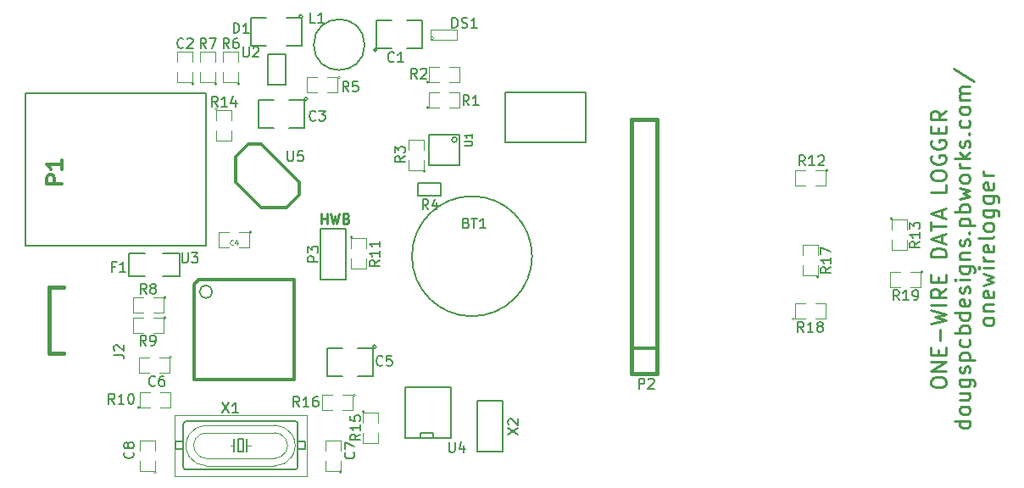
<source format=gto>
G04 (created by PCBNEW (2013-03-19 BZR 4004)-stable) date 6/7/2013 10:53:04 AM*
%MOIN*%
G04 Gerber Fmt 3.4, Leading zero omitted, Abs format*
%FSLAX34Y34*%
G01*
G70*
G90*
G04 APERTURE LIST*
%ADD10C,0.006*%
%ADD11C,0.00984252*%
%ADD12C,0.012*%
%ADD13C,0.008*%
%ADD14C,0.0031*%
%ADD15C,0.005*%
%ADD16C,0.0039*%
%ADD17C,0.015*%
%ADD18C,0.00590551*%
%ADD19C,0.0026*%
%ADD20C,0.002*%
%ADD21C,0.0043*%
G04 APERTURE END LIST*
G54D10*
G54D11*
X53107Y-28700D02*
X53107Y-28586D01*
X53135Y-28529D01*
X53192Y-28472D01*
X53307Y-28443D01*
X53507Y-28443D01*
X53621Y-28472D01*
X53678Y-28529D01*
X53707Y-28586D01*
X53707Y-28700D01*
X53678Y-28758D01*
X53621Y-28815D01*
X53507Y-28843D01*
X53307Y-28843D01*
X53192Y-28815D01*
X53135Y-28758D01*
X53107Y-28700D01*
X53707Y-28186D02*
X53107Y-28186D01*
X53707Y-27843D01*
X53107Y-27843D01*
X53392Y-27558D02*
X53392Y-27358D01*
X53707Y-27272D02*
X53707Y-27558D01*
X53107Y-27558D01*
X53107Y-27272D01*
X53478Y-27015D02*
X53478Y-26558D01*
X53107Y-26329D02*
X53707Y-26186D01*
X53278Y-26072D01*
X53707Y-25958D01*
X53107Y-25815D01*
X53707Y-25586D02*
X53107Y-25586D01*
X53707Y-24958D02*
X53421Y-25158D01*
X53707Y-25300D02*
X53107Y-25300D01*
X53107Y-25072D01*
X53135Y-25015D01*
X53164Y-24986D01*
X53221Y-24958D01*
X53307Y-24958D01*
X53364Y-24986D01*
X53392Y-25015D01*
X53421Y-25072D01*
X53421Y-25300D01*
X53392Y-24700D02*
X53392Y-24500D01*
X53707Y-24415D02*
X53707Y-24700D01*
X53107Y-24700D01*
X53107Y-24415D01*
X53707Y-23700D02*
X53107Y-23700D01*
X53107Y-23558D01*
X53135Y-23472D01*
X53192Y-23415D01*
X53249Y-23386D01*
X53364Y-23358D01*
X53449Y-23358D01*
X53564Y-23386D01*
X53621Y-23415D01*
X53678Y-23472D01*
X53707Y-23558D01*
X53707Y-23700D01*
X53535Y-23129D02*
X53535Y-22843D01*
X53707Y-23186D02*
X53107Y-22986D01*
X53707Y-22786D01*
X53107Y-22672D02*
X53107Y-22329D01*
X53707Y-22500D02*
X53107Y-22500D01*
X53535Y-22158D02*
X53535Y-21872D01*
X53707Y-22215D02*
X53107Y-22015D01*
X53707Y-21815D01*
X53707Y-20872D02*
X53707Y-21158D01*
X53107Y-21158D01*
X53107Y-20558D02*
X53107Y-20443D01*
X53135Y-20386D01*
X53192Y-20329D01*
X53307Y-20300D01*
X53507Y-20300D01*
X53621Y-20329D01*
X53678Y-20386D01*
X53707Y-20443D01*
X53707Y-20558D01*
X53678Y-20615D01*
X53621Y-20672D01*
X53507Y-20700D01*
X53307Y-20700D01*
X53192Y-20672D01*
X53135Y-20615D01*
X53107Y-20558D01*
X53135Y-19729D02*
X53107Y-19786D01*
X53107Y-19872D01*
X53135Y-19958D01*
X53192Y-20015D01*
X53249Y-20043D01*
X53364Y-20072D01*
X53449Y-20072D01*
X53564Y-20043D01*
X53621Y-20015D01*
X53678Y-19958D01*
X53707Y-19872D01*
X53707Y-19815D01*
X53678Y-19729D01*
X53649Y-19700D01*
X53449Y-19700D01*
X53449Y-19815D01*
X53135Y-19129D02*
X53107Y-19186D01*
X53107Y-19272D01*
X53135Y-19358D01*
X53192Y-19415D01*
X53249Y-19443D01*
X53364Y-19472D01*
X53449Y-19472D01*
X53564Y-19443D01*
X53621Y-19415D01*
X53678Y-19358D01*
X53707Y-19272D01*
X53707Y-19215D01*
X53678Y-19129D01*
X53649Y-19100D01*
X53449Y-19100D01*
X53449Y-19215D01*
X53392Y-18843D02*
X53392Y-18643D01*
X53707Y-18558D02*
X53707Y-18843D01*
X53107Y-18843D01*
X53107Y-18558D01*
X53707Y-17958D02*
X53421Y-18158D01*
X53707Y-18300D02*
X53107Y-18300D01*
X53107Y-18072D01*
X53135Y-18015D01*
X53164Y-17986D01*
X53221Y-17958D01*
X53307Y-17958D01*
X53364Y-17986D01*
X53392Y-18015D01*
X53421Y-18072D01*
X53421Y-18300D01*
X54645Y-30158D02*
X54045Y-30158D01*
X54616Y-30158D02*
X54645Y-30215D01*
X54645Y-30329D01*
X54616Y-30386D01*
X54588Y-30415D01*
X54531Y-30443D01*
X54359Y-30443D01*
X54302Y-30415D01*
X54274Y-30386D01*
X54245Y-30329D01*
X54245Y-30215D01*
X54274Y-30158D01*
X54645Y-29786D02*
X54616Y-29843D01*
X54588Y-29872D01*
X54531Y-29900D01*
X54359Y-29900D01*
X54302Y-29872D01*
X54274Y-29843D01*
X54245Y-29786D01*
X54245Y-29700D01*
X54274Y-29643D01*
X54302Y-29615D01*
X54359Y-29586D01*
X54531Y-29586D01*
X54588Y-29615D01*
X54616Y-29643D01*
X54645Y-29700D01*
X54645Y-29786D01*
X54245Y-29072D02*
X54645Y-29072D01*
X54245Y-29329D02*
X54559Y-29329D01*
X54616Y-29300D01*
X54645Y-29243D01*
X54645Y-29158D01*
X54616Y-29100D01*
X54588Y-29072D01*
X54245Y-28529D02*
X54731Y-28529D01*
X54788Y-28558D01*
X54816Y-28586D01*
X54845Y-28643D01*
X54845Y-28729D01*
X54816Y-28786D01*
X54616Y-28529D02*
X54645Y-28586D01*
X54645Y-28700D01*
X54616Y-28758D01*
X54588Y-28786D01*
X54531Y-28815D01*
X54359Y-28815D01*
X54302Y-28786D01*
X54274Y-28758D01*
X54245Y-28700D01*
X54245Y-28586D01*
X54274Y-28529D01*
X54616Y-28272D02*
X54645Y-28215D01*
X54645Y-28100D01*
X54616Y-28043D01*
X54559Y-28015D01*
X54531Y-28015D01*
X54474Y-28043D01*
X54445Y-28100D01*
X54445Y-28186D01*
X54416Y-28243D01*
X54359Y-28272D01*
X54331Y-28272D01*
X54274Y-28243D01*
X54245Y-28186D01*
X54245Y-28100D01*
X54274Y-28043D01*
X54245Y-27758D02*
X54845Y-27758D01*
X54274Y-27758D02*
X54245Y-27700D01*
X54245Y-27586D01*
X54274Y-27529D01*
X54302Y-27500D01*
X54359Y-27472D01*
X54531Y-27472D01*
X54588Y-27500D01*
X54616Y-27529D01*
X54645Y-27586D01*
X54645Y-27700D01*
X54616Y-27758D01*
X54616Y-26958D02*
X54645Y-27015D01*
X54645Y-27129D01*
X54616Y-27186D01*
X54588Y-27215D01*
X54531Y-27243D01*
X54359Y-27243D01*
X54302Y-27215D01*
X54274Y-27186D01*
X54245Y-27129D01*
X54245Y-27015D01*
X54274Y-26958D01*
X54645Y-26700D02*
X54045Y-26700D01*
X54274Y-26700D02*
X54245Y-26643D01*
X54245Y-26529D01*
X54274Y-26472D01*
X54302Y-26443D01*
X54359Y-26415D01*
X54531Y-26415D01*
X54588Y-26443D01*
X54616Y-26472D01*
X54645Y-26529D01*
X54645Y-26643D01*
X54616Y-26700D01*
X54645Y-25900D02*
X54045Y-25900D01*
X54616Y-25900D02*
X54645Y-25958D01*
X54645Y-26072D01*
X54616Y-26129D01*
X54588Y-26158D01*
X54531Y-26186D01*
X54359Y-26186D01*
X54302Y-26158D01*
X54274Y-26129D01*
X54245Y-26072D01*
X54245Y-25958D01*
X54274Y-25900D01*
X54616Y-25386D02*
X54645Y-25443D01*
X54645Y-25558D01*
X54616Y-25615D01*
X54559Y-25643D01*
X54331Y-25643D01*
X54274Y-25615D01*
X54245Y-25558D01*
X54245Y-25443D01*
X54274Y-25386D01*
X54331Y-25358D01*
X54388Y-25358D01*
X54445Y-25643D01*
X54616Y-25129D02*
X54645Y-25072D01*
X54645Y-24958D01*
X54616Y-24900D01*
X54559Y-24872D01*
X54531Y-24872D01*
X54474Y-24900D01*
X54445Y-24958D01*
X54445Y-25043D01*
X54416Y-25100D01*
X54359Y-25129D01*
X54331Y-25129D01*
X54274Y-25100D01*
X54245Y-25043D01*
X54245Y-24958D01*
X54274Y-24900D01*
X54645Y-24615D02*
X54245Y-24615D01*
X54045Y-24615D02*
X54074Y-24643D01*
X54102Y-24615D01*
X54074Y-24586D01*
X54045Y-24615D01*
X54102Y-24615D01*
X54245Y-24072D02*
X54731Y-24072D01*
X54788Y-24100D01*
X54816Y-24129D01*
X54845Y-24186D01*
X54845Y-24272D01*
X54816Y-24329D01*
X54616Y-24072D02*
X54645Y-24129D01*
X54645Y-24243D01*
X54616Y-24300D01*
X54588Y-24329D01*
X54531Y-24358D01*
X54359Y-24358D01*
X54302Y-24329D01*
X54274Y-24300D01*
X54245Y-24243D01*
X54245Y-24129D01*
X54274Y-24072D01*
X54245Y-23786D02*
X54645Y-23786D01*
X54302Y-23786D02*
X54274Y-23758D01*
X54245Y-23700D01*
X54245Y-23615D01*
X54274Y-23558D01*
X54331Y-23529D01*
X54645Y-23529D01*
X54616Y-23272D02*
X54645Y-23215D01*
X54645Y-23100D01*
X54616Y-23043D01*
X54559Y-23015D01*
X54531Y-23015D01*
X54474Y-23043D01*
X54445Y-23100D01*
X54445Y-23186D01*
X54416Y-23243D01*
X54359Y-23272D01*
X54331Y-23272D01*
X54274Y-23243D01*
X54245Y-23186D01*
X54245Y-23100D01*
X54274Y-23043D01*
X54588Y-22758D02*
X54616Y-22729D01*
X54645Y-22758D01*
X54616Y-22786D01*
X54588Y-22758D01*
X54645Y-22758D01*
X54245Y-22472D02*
X54845Y-22472D01*
X54274Y-22472D02*
X54245Y-22415D01*
X54245Y-22300D01*
X54274Y-22243D01*
X54302Y-22215D01*
X54359Y-22186D01*
X54531Y-22186D01*
X54588Y-22215D01*
X54616Y-22243D01*
X54645Y-22300D01*
X54645Y-22415D01*
X54616Y-22472D01*
X54645Y-21929D02*
X54045Y-21929D01*
X54274Y-21929D02*
X54245Y-21872D01*
X54245Y-21758D01*
X54274Y-21700D01*
X54302Y-21672D01*
X54359Y-21643D01*
X54531Y-21643D01*
X54588Y-21672D01*
X54616Y-21700D01*
X54645Y-21758D01*
X54645Y-21872D01*
X54616Y-21929D01*
X54245Y-21443D02*
X54645Y-21329D01*
X54359Y-21215D01*
X54645Y-21100D01*
X54245Y-20986D01*
X54645Y-20672D02*
X54616Y-20729D01*
X54588Y-20758D01*
X54531Y-20786D01*
X54359Y-20786D01*
X54302Y-20758D01*
X54274Y-20729D01*
X54245Y-20672D01*
X54245Y-20586D01*
X54274Y-20529D01*
X54302Y-20500D01*
X54359Y-20472D01*
X54531Y-20472D01*
X54588Y-20500D01*
X54616Y-20529D01*
X54645Y-20586D01*
X54645Y-20672D01*
X54645Y-20215D02*
X54245Y-20215D01*
X54359Y-20215D02*
X54302Y-20186D01*
X54274Y-20158D01*
X54245Y-20100D01*
X54245Y-20043D01*
X54645Y-19843D02*
X54045Y-19843D01*
X54416Y-19786D02*
X54645Y-19615D01*
X54245Y-19615D02*
X54474Y-19843D01*
X54616Y-19386D02*
X54645Y-19329D01*
X54645Y-19215D01*
X54616Y-19158D01*
X54559Y-19129D01*
X54531Y-19129D01*
X54474Y-19158D01*
X54445Y-19215D01*
X54445Y-19300D01*
X54416Y-19358D01*
X54359Y-19386D01*
X54331Y-19386D01*
X54274Y-19358D01*
X54245Y-19300D01*
X54245Y-19215D01*
X54274Y-19158D01*
X54588Y-18872D02*
X54616Y-18843D01*
X54645Y-18872D01*
X54616Y-18900D01*
X54588Y-18872D01*
X54645Y-18872D01*
X54616Y-18329D02*
X54645Y-18386D01*
X54645Y-18500D01*
X54616Y-18558D01*
X54588Y-18586D01*
X54531Y-18615D01*
X54359Y-18615D01*
X54302Y-18586D01*
X54274Y-18558D01*
X54245Y-18500D01*
X54245Y-18386D01*
X54274Y-18329D01*
X54645Y-17986D02*
X54616Y-18043D01*
X54588Y-18072D01*
X54531Y-18100D01*
X54359Y-18100D01*
X54302Y-18072D01*
X54274Y-18043D01*
X54245Y-17986D01*
X54245Y-17900D01*
X54274Y-17843D01*
X54302Y-17815D01*
X54359Y-17786D01*
X54531Y-17786D01*
X54588Y-17815D01*
X54616Y-17843D01*
X54645Y-17900D01*
X54645Y-17986D01*
X54645Y-17529D02*
X54245Y-17529D01*
X54302Y-17529D02*
X54274Y-17500D01*
X54245Y-17443D01*
X54245Y-17358D01*
X54274Y-17300D01*
X54331Y-17272D01*
X54645Y-17272D01*
X54331Y-17272D02*
X54274Y-17243D01*
X54245Y-17186D01*
X54245Y-17100D01*
X54274Y-17043D01*
X54331Y-17015D01*
X54645Y-17015D01*
X54016Y-16300D02*
X54788Y-16815D01*
X55583Y-26286D02*
X55555Y-26343D01*
X55526Y-26372D01*
X55469Y-26400D01*
X55298Y-26400D01*
X55241Y-26372D01*
X55212Y-26343D01*
X55183Y-26286D01*
X55183Y-26200D01*
X55212Y-26143D01*
X55241Y-26115D01*
X55298Y-26086D01*
X55469Y-26086D01*
X55526Y-26115D01*
X55555Y-26143D01*
X55583Y-26200D01*
X55583Y-26286D01*
X55183Y-25829D02*
X55583Y-25829D01*
X55241Y-25829D02*
X55212Y-25800D01*
X55183Y-25743D01*
X55183Y-25658D01*
X55212Y-25600D01*
X55269Y-25572D01*
X55583Y-25572D01*
X55555Y-25058D02*
X55583Y-25115D01*
X55583Y-25229D01*
X55555Y-25286D01*
X55498Y-25315D01*
X55269Y-25315D01*
X55212Y-25286D01*
X55183Y-25229D01*
X55183Y-25115D01*
X55212Y-25058D01*
X55269Y-25029D01*
X55326Y-25029D01*
X55383Y-25315D01*
X55183Y-24829D02*
X55583Y-24715D01*
X55298Y-24600D01*
X55583Y-24486D01*
X55183Y-24372D01*
X55583Y-24143D02*
X55183Y-24143D01*
X54983Y-24143D02*
X55012Y-24172D01*
X55041Y-24143D01*
X55012Y-24115D01*
X54983Y-24143D01*
X55041Y-24143D01*
X55583Y-23858D02*
X55183Y-23858D01*
X55298Y-23858D02*
X55241Y-23829D01*
X55212Y-23800D01*
X55183Y-23743D01*
X55183Y-23686D01*
X55555Y-23258D02*
X55583Y-23315D01*
X55583Y-23429D01*
X55555Y-23486D01*
X55498Y-23515D01*
X55269Y-23515D01*
X55212Y-23486D01*
X55183Y-23429D01*
X55183Y-23315D01*
X55212Y-23258D01*
X55269Y-23229D01*
X55326Y-23229D01*
X55383Y-23515D01*
X55583Y-22886D02*
X55555Y-22943D01*
X55498Y-22972D01*
X54983Y-22972D01*
X55583Y-22572D02*
X55555Y-22629D01*
X55526Y-22658D01*
X55469Y-22686D01*
X55298Y-22686D01*
X55241Y-22658D01*
X55212Y-22629D01*
X55183Y-22572D01*
X55183Y-22486D01*
X55212Y-22429D01*
X55241Y-22400D01*
X55298Y-22372D01*
X55469Y-22372D01*
X55526Y-22400D01*
X55555Y-22429D01*
X55583Y-22486D01*
X55583Y-22572D01*
X55183Y-21858D02*
X55669Y-21858D01*
X55726Y-21886D01*
X55755Y-21915D01*
X55783Y-21972D01*
X55783Y-22058D01*
X55755Y-22115D01*
X55555Y-21858D02*
X55583Y-21915D01*
X55583Y-22029D01*
X55555Y-22086D01*
X55526Y-22115D01*
X55469Y-22143D01*
X55298Y-22143D01*
X55241Y-22115D01*
X55212Y-22086D01*
X55183Y-22029D01*
X55183Y-21915D01*
X55212Y-21858D01*
X55183Y-21315D02*
X55669Y-21315D01*
X55726Y-21343D01*
X55755Y-21372D01*
X55783Y-21429D01*
X55783Y-21515D01*
X55755Y-21572D01*
X55555Y-21315D02*
X55583Y-21372D01*
X55583Y-21486D01*
X55555Y-21543D01*
X55526Y-21572D01*
X55469Y-21600D01*
X55298Y-21600D01*
X55241Y-21572D01*
X55212Y-21543D01*
X55183Y-21486D01*
X55183Y-21372D01*
X55212Y-21315D01*
X55555Y-20800D02*
X55583Y-20858D01*
X55583Y-20972D01*
X55555Y-21029D01*
X55498Y-21058D01*
X55269Y-21058D01*
X55212Y-21029D01*
X55183Y-20972D01*
X55183Y-20858D01*
X55212Y-20800D01*
X55269Y-20772D01*
X55326Y-20772D01*
X55383Y-21058D01*
X55583Y-20515D02*
X55183Y-20515D01*
X55298Y-20515D02*
X55241Y-20486D01*
X55212Y-20458D01*
X55183Y-20400D01*
X55183Y-20343D01*
X29129Y-22390D02*
X29129Y-21996D01*
X29129Y-22184D02*
X29354Y-22184D01*
X29354Y-22390D02*
X29354Y-21996D01*
X29504Y-21996D02*
X29598Y-22390D01*
X29673Y-22109D01*
X29748Y-22390D01*
X29842Y-21996D01*
X30123Y-22184D02*
X30179Y-22202D01*
X30198Y-22221D01*
X30217Y-22259D01*
X30217Y-22315D01*
X30198Y-22352D01*
X30179Y-22371D01*
X30142Y-22390D01*
X29992Y-22390D01*
X29992Y-21996D01*
X30123Y-21996D01*
X30160Y-22015D01*
X30179Y-22034D01*
X30198Y-22071D01*
X30198Y-22109D01*
X30179Y-22146D01*
X30160Y-22165D01*
X30123Y-22184D01*
X29992Y-22184D01*
G54D12*
X28070Y-24609D02*
X28070Y-28549D01*
X28070Y-28549D02*
X24130Y-28549D01*
X24130Y-24799D02*
X24130Y-28549D01*
X24320Y-24609D02*
X28070Y-24609D01*
X24130Y-24799D02*
X24320Y-24609D01*
G54D13*
X24850Y-25079D02*
G75*
G03X24850Y-25079I-250J0D01*
G74*
G01*
G54D14*
X33574Y-15103D02*
G75*
G03X33574Y-15103I-62J0D01*
G74*
G01*
X34474Y-14765D02*
X34474Y-15165D01*
X33449Y-14765D02*
X33449Y-15165D01*
X34474Y-15165D02*
X33449Y-15165D01*
X33449Y-14765D02*
X34474Y-14765D01*
G54D15*
X31300Y-27242D02*
G75*
G03X31300Y-27242I-70J0D01*
G74*
G01*
X30579Y-28392D02*
X31179Y-28392D01*
X31179Y-28392D02*
X31179Y-27292D01*
X31179Y-27292D02*
X30579Y-27292D01*
X29979Y-27292D02*
X29379Y-27292D01*
X29379Y-27292D02*
X29379Y-28392D01*
X29379Y-28392D02*
X29979Y-28392D01*
X31323Y-15565D02*
G75*
G03X31323Y-15565I-70J0D01*
G74*
G01*
X31903Y-14415D02*
X31303Y-14415D01*
X31303Y-14415D02*
X31303Y-15515D01*
X31303Y-15515D02*
X31903Y-15515D01*
X32503Y-15515D02*
X33103Y-15515D01*
X33103Y-15515D02*
X33103Y-14415D01*
X33103Y-14415D02*
X32503Y-14415D01*
X28600Y-17492D02*
G75*
G03X28600Y-17492I-70J0D01*
G74*
G01*
X27879Y-18642D02*
X28479Y-18642D01*
X28479Y-18642D02*
X28479Y-17542D01*
X28479Y-17542D02*
X27879Y-17542D01*
X27279Y-17542D02*
X26679Y-17542D01*
X26679Y-17542D02*
X26679Y-18642D01*
X26679Y-18642D02*
X27279Y-18642D01*
X23557Y-24470D02*
X23557Y-23570D01*
X23557Y-23570D02*
X22907Y-23570D01*
X22207Y-24470D02*
X21557Y-24470D01*
X21557Y-24470D02*
X21557Y-23570D01*
X21557Y-23570D02*
X22207Y-23570D01*
X22907Y-24470D02*
X23557Y-24470D01*
G54D16*
X24129Y-16892D02*
G75*
G03X24129Y-16892I-50J0D01*
G74*
G01*
X24079Y-16442D02*
X24079Y-16842D01*
X24079Y-16842D02*
X23479Y-16842D01*
X23479Y-16842D02*
X23479Y-16442D01*
X23479Y-16042D02*
X23479Y-15642D01*
X23479Y-15642D02*
X24079Y-15642D01*
X24079Y-15642D02*
X24079Y-16042D01*
X22014Y-29630D02*
G75*
G03X22014Y-29630I-50J0D01*
G74*
G01*
X22414Y-29630D02*
X22014Y-29630D01*
X22014Y-29630D02*
X22014Y-29030D01*
X22014Y-29030D02*
X22414Y-29030D01*
X22814Y-29030D02*
X23214Y-29030D01*
X23214Y-29030D02*
X23214Y-29630D01*
X23214Y-29630D02*
X22814Y-29630D01*
X26407Y-22736D02*
G75*
G03X26407Y-22736I-50J0D01*
G74*
G01*
X25907Y-22736D02*
X26307Y-22736D01*
X26307Y-22736D02*
X26307Y-23336D01*
X26307Y-23336D02*
X25907Y-23336D01*
X25507Y-23336D02*
X25107Y-23336D01*
X25107Y-23336D02*
X25107Y-22736D01*
X25107Y-22736D02*
X25507Y-22736D01*
X23029Y-25292D02*
G75*
G03X23029Y-25292I-50J0D01*
G74*
G01*
X22529Y-25292D02*
X22929Y-25292D01*
X22929Y-25292D02*
X22929Y-25892D01*
X22929Y-25892D02*
X22529Y-25892D01*
X22129Y-25892D02*
X21729Y-25892D01*
X21729Y-25892D02*
X21729Y-25292D01*
X21729Y-25292D02*
X22129Y-25292D01*
X23029Y-26092D02*
G75*
G03X23029Y-26092I-50J0D01*
G74*
G01*
X22529Y-26092D02*
X22929Y-26092D01*
X22929Y-26092D02*
X22929Y-26692D01*
X22929Y-26692D02*
X22529Y-26692D01*
X22129Y-26692D02*
X21729Y-26692D01*
X21729Y-26692D02*
X21729Y-26092D01*
X21729Y-26092D02*
X22129Y-26092D01*
X23257Y-27657D02*
G75*
G03X23257Y-27657I-50J0D01*
G74*
G01*
X22757Y-27657D02*
X23157Y-27657D01*
X23157Y-27657D02*
X23157Y-28257D01*
X23157Y-28257D02*
X22757Y-28257D01*
X22357Y-28257D02*
X21957Y-28257D01*
X21957Y-28257D02*
X21957Y-27657D01*
X21957Y-27657D02*
X22357Y-27657D01*
X25929Y-16892D02*
G75*
G03X25929Y-16892I-50J0D01*
G74*
G01*
X25879Y-16442D02*
X25879Y-16842D01*
X25879Y-16842D02*
X25279Y-16842D01*
X25279Y-16842D02*
X25279Y-16442D01*
X25279Y-16042D02*
X25279Y-15642D01*
X25279Y-15642D02*
X25879Y-15642D01*
X25879Y-15642D02*
X25879Y-16042D01*
X25029Y-16892D02*
G75*
G03X25029Y-16892I-50J0D01*
G74*
G01*
X24979Y-16442D02*
X24979Y-16842D01*
X24979Y-16842D02*
X24379Y-16842D01*
X24379Y-16842D02*
X24379Y-16442D01*
X24379Y-16042D02*
X24379Y-15642D01*
X24379Y-15642D02*
X24979Y-15642D01*
X24979Y-15642D02*
X24979Y-16042D01*
X29879Y-16642D02*
G75*
G03X29879Y-16642I-50J0D01*
G74*
G01*
X29379Y-16642D02*
X29779Y-16642D01*
X29779Y-16642D02*
X29779Y-17242D01*
X29779Y-17242D02*
X29379Y-17242D01*
X28979Y-17242D02*
X28579Y-17242D01*
X28579Y-17242D02*
X28579Y-16642D01*
X28579Y-16642D02*
X28979Y-16642D01*
G54D13*
X34474Y-19092D02*
G75*
G03X34474Y-19092I-100J0D01*
G74*
G01*
X33374Y-18892D02*
X34574Y-18892D01*
X34574Y-18892D02*
X34574Y-20092D01*
X34574Y-20092D02*
X33374Y-20092D01*
X33374Y-20092D02*
X33374Y-18892D01*
G54D17*
X18423Y-24886D02*
X19014Y-24886D01*
X18423Y-27484D02*
X19014Y-27484D01*
X18423Y-24886D02*
X18423Y-27484D01*
G54D15*
X28400Y-14242D02*
G75*
G03X28400Y-14242I-70J0D01*
G74*
G01*
X27779Y-15392D02*
X28379Y-15392D01*
X28379Y-15392D02*
X28379Y-14292D01*
X28379Y-14292D02*
X27779Y-14292D01*
X26979Y-14292D02*
X26379Y-14292D01*
X26379Y-14292D02*
X26379Y-15392D01*
X26379Y-15392D02*
X26979Y-15392D01*
X27729Y-16942D02*
X27029Y-16942D01*
X27029Y-16942D02*
X27029Y-15742D01*
X27029Y-15742D02*
X27729Y-15742D01*
X27729Y-15742D02*
X27729Y-16942D01*
G54D18*
X30840Y-15358D02*
G75*
G03X30840Y-15358I-1000J0D01*
G74*
G01*
G54D13*
X36380Y-17226D02*
X39528Y-17226D01*
X39528Y-17226D02*
X39528Y-19194D01*
X36380Y-19194D02*
X36380Y-17226D01*
X39528Y-19194D02*
X36380Y-19194D01*
G54D15*
X37069Y-17226D02*
X38839Y-17226D01*
X39528Y-18406D02*
X39528Y-19194D01*
X39528Y-19194D02*
X38642Y-19194D01*
X37266Y-19194D02*
X36380Y-19194D01*
X36380Y-19194D02*
X36380Y-18406D01*
G54D17*
X41348Y-28291D02*
X42348Y-28291D01*
X41348Y-28291D02*
X41348Y-18291D01*
X41348Y-18291D02*
X42348Y-18291D01*
X42348Y-18291D02*
X42348Y-28291D01*
G54D12*
X42348Y-27291D02*
X41348Y-27291D01*
G54D16*
X33374Y-17824D02*
G75*
G03X33374Y-17824I-50J0D01*
G74*
G01*
X33774Y-17824D02*
X33374Y-17824D01*
X33374Y-17824D02*
X33374Y-17224D01*
X33374Y-17224D02*
X33774Y-17224D01*
X34174Y-17224D02*
X34574Y-17224D01*
X34574Y-17224D02*
X34574Y-17824D01*
X34574Y-17824D02*
X34174Y-17824D01*
X33374Y-16840D02*
G75*
G03X33374Y-16840I-50J0D01*
G74*
G01*
X33774Y-16840D02*
X33374Y-16840D01*
X33374Y-16840D02*
X33374Y-16240D01*
X33374Y-16240D02*
X33774Y-16240D01*
X34174Y-16240D02*
X34574Y-16240D01*
X34574Y-16240D02*
X34574Y-16840D01*
X34574Y-16840D02*
X34174Y-16840D01*
G54D10*
X30099Y-24602D02*
X29099Y-24602D01*
X29099Y-24602D02*
X29099Y-22602D01*
X29099Y-22602D02*
X30099Y-22602D01*
X30099Y-22602D02*
X30099Y-24602D01*
G54D16*
X30369Y-22932D02*
G75*
G03X30369Y-22932I-50J0D01*
G74*
G01*
X30319Y-23382D02*
X30319Y-22982D01*
X30319Y-22982D02*
X30919Y-22982D01*
X30919Y-22982D02*
X30919Y-23382D01*
X30919Y-23782D02*
X30919Y-24182D01*
X30919Y-24182D02*
X30319Y-24182D01*
X30319Y-24182D02*
X30319Y-23782D01*
G54D15*
X32429Y-30842D02*
X32429Y-28842D01*
X32429Y-28842D02*
X34229Y-28842D01*
X34229Y-28842D02*
X34229Y-30842D01*
X34229Y-30842D02*
X32429Y-30842D01*
X33029Y-30842D02*
X33029Y-30642D01*
X33029Y-30642D02*
X33529Y-30642D01*
X33529Y-30642D02*
X33529Y-30842D01*
G54D10*
X36279Y-31367D02*
X35279Y-31367D01*
X35279Y-31367D02*
X35279Y-29367D01*
X35279Y-29367D02*
X36279Y-29367D01*
X36279Y-29367D02*
X36279Y-31367D01*
G54D12*
X28281Y-20780D02*
X26781Y-19280D01*
X26781Y-19280D02*
X26281Y-19280D01*
X26281Y-19280D02*
X25781Y-19780D01*
X25781Y-19780D02*
X25781Y-20780D01*
X25781Y-20780D02*
X26781Y-21780D01*
X26781Y-21780D02*
X27781Y-21780D01*
X27781Y-21780D02*
X28281Y-21280D01*
X28281Y-21280D02*
X28281Y-20780D01*
G54D16*
X30829Y-29792D02*
G75*
G03X30829Y-29792I-50J0D01*
G74*
G01*
X30779Y-30242D02*
X30779Y-29842D01*
X30779Y-29842D02*
X31379Y-29842D01*
X31379Y-29842D02*
X31379Y-30242D01*
X31379Y-30642D02*
X31379Y-31042D01*
X31379Y-31042D02*
X30779Y-31042D01*
X30779Y-31042D02*
X30779Y-30642D01*
X30479Y-29142D02*
G75*
G03X30479Y-29142I-50J0D01*
G74*
G01*
X29979Y-29142D02*
X30379Y-29142D01*
X30379Y-29142D02*
X30379Y-29742D01*
X30379Y-29742D02*
X29979Y-29742D01*
X29579Y-29742D02*
X29179Y-29742D01*
X29179Y-29742D02*
X29179Y-29142D01*
X29179Y-29142D02*
X29579Y-29142D01*
X33229Y-20342D02*
G75*
G03X33229Y-20342I-50J0D01*
G74*
G01*
X33179Y-19892D02*
X33179Y-20292D01*
X33179Y-20292D02*
X32579Y-20292D01*
X32579Y-20292D02*
X32579Y-19892D01*
X32579Y-19492D02*
X32579Y-19092D01*
X32579Y-19092D02*
X33179Y-19092D01*
X33179Y-19092D02*
X33179Y-19492D01*
G54D15*
X33829Y-21292D02*
X32929Y-21292D01*
X32929Y-21292D02*
X32929Y-20792D01*
X32929Y-20792D02*
X33829Y-20792D01*
X33829Y-20792D02*
X33829Y-21292D01*
G54D16*
X25064Y-17880D02*
G75*
G03X25064Y-17880I-50J0D01*
G74*
G01*
X25014Y-18330D02*
X25014Y-17930D01*
X25014Y-17930D02*
X25614Y-17930D01*
X25614Y-17930D02*
X25614Y-18330D01*
X25614Y-18730D02*
X25614Y-19130D01*
X25614Y-19130D02*
X25014Y-19130D01*
X25014Y-19130D02*
X25014Y-18730D01*
X51614Y-22200D02*
G75*
G03X51614Y-22200I-50J0D01*
G74*
G01*
X51564Y-22650D02*
X51564Y-22250D01*
X51564Y-22250D02*
X52164Y-22250D01*
X52164Y-22250D02*
X52164Y-22650D01*
X52164Y-23050D02*
X52164Y-23450D01*
X52164Y-23450D02*
X51564Y-23450D01*
X51564Y-23450D02*
X51564Y-23050D01*
X49064Y-20300D02*
G75*
G03X49064Y-20300I-50J0D01*
G74*
G01*
X48564Y-20300D02*
X48964Y-20300D01*
X48964Y-20300D02*
X48964Y-20900D01*
X48964Y-20900D02*
X48564Y-20900D01*
X48164Y-20900D02*
X47764Y-20900D01*
X47764Y-20900D02*
X47764Y-20300D01*
X47764Y-20300D02*
X48164Y-20300D01*
X48714Y-24500D02*
G75*
G03X48714Y-24500I-50J0D01*
G74*
G01*
X48664Y-24050D02*
X48664Y-24450D01*
X48664Y-24450D02*
X48064Y-24450D01*
X48064Y-24450D02*
X48064Y-24050D01*
X48064Y-23650D02*
X48064Y-23250D01*
X48064Y-23250D02*
X48664Y-23250D01*
X48664Y-23250D02*
X48664Y-23650D01*
X47764Y-26150D02*
G75*
G03X47764Y-26150I-50J0D01*
G74*
G01*
X48164Y-26150D02*
X47764Y-26150D01*
X47764Y-26150D02*
X47764Y-25550D01*
X47764Y-25550D02*
X48164Y-25550D01*
X48564Y-25550D02*
X48964Y-25550D01*
X48964Y-25550D02*
X48964Y-26150D01*
X48964Y-26150D02*
X48564Y-26150D01*
X52814Y-24300D02*
G75*
G03X52814Y-24300I-50J0D01*
G74*
G01*
X52314Y-24300D02*
X52714Y-24300D01*
X52714Y-24300D02*
X52714Y-24900D01*
X52714Y-24900D02*
X52314Y-24900D01*
X51914Y-24900D02*
X51514Y-24900D01*
X51514Y-24900D02*
X51514Y-24300D01*
X51514Y-24300D02*
X51914Y-24300D01*
X29944Y-32170D02*
G75*
G03X29944Y-32170I-50J0D01*
G74*
G01*
X29894Y-31720D02*
X29894Y-32120D01*
X29894Y-32120D02*
X29294Y-32120D01*
X29294Y-32120D02*
X29294Y-31720D01*
X29294Y-31320D02*
X29294Y-30920D01*
X29294Y-30920D02*
X29894Y-30920D01*
X29894Y-30920D02*
X29894Y-31320D01*
X22654Y-32170D02*
G75*
G03X22654Y-32170I-50J0D01*
G74*
G01*
X22604Y-31720D02*
X22604Y-32120D01*
X22604Y-32120D02*
X22004Y-32120D01*
X22004Y-32120D02*
X22004Y-31720D01*
X22004Y-31320D02*
X22004Y-30920D01*
X22004Y-30920D02*
X22604Y-30920D01*
X22604Y-30920D02*
X22604Y-31320D01*
G54D19*
X23364Y-32330D02*
X28564Y-32330D01*
X28564Y-32330D02*
X28564Y-29930D01*
X23364Y-29930D02*
X28564Y-29930D01*
X23364Y-32330D02*
X23364Y-29930D01*
G54D10*
X23714Y-30680D02*
X23714Y-30280D01*
X28214Y-30680D02*
X28214Y-30280D01*
G54D20*
X27314Y-31630D02*
X24614Y-31630D01*
X27314Y-31930D02*
X24614Y-31930D01*
X24614Y-30630D02*
X27314Y-30630D01*
G54D10*
X28114Y-32080D02*
X23814Y-32080D01*
X28214Y-31280D02*
X28514Y-31280D01*
X28214Y-30980D02*
X28514Y-30980D01*
X28514Y-31280D02*
X28514Y-30980D01*
X28214Y-31580D02*
X28214Y-30680D01*
X28214Y-31980D02*
X28214Y-31580D01*
X23414Y-31280D02*
X23414Y-30980D01*
X23714Y-31580D02*
X23714Y-31280D01*
X23714Y-31280D02*
X23714Y-30980D01*
X23714Y-30980D02*
X23714Y-30680D01*
X23714Y-31980D02*
X23714Y-31580D01*
X23714Y-31280D02*
X23414Y-31280D01*
X23714Y-30980D02*
X23414Y-30980D01*
G54D20*
X24614Y-30330D02*
X27314Y-30330D01*
G54D10*
X28114Y-30180D02*
X23814Y-30180D01*
X25864Y-30880D02*
X25864Y-31380D01*
X25864Y-31380D02*
X26064Y-31380D01*
X26064Y-31380D02*
X26064Y-30880D01*
X26064Y-30880D02*
X25864Y-30880D01*
X25714Y-30880D02*
X25714Y-31130D01*
X25714Y-31130D02*
X25714Y-31380D01*
G54D20*
X25714Y-31130D02*
X25564Y-31130D01*
G54D10*
X26214Y-30880D02*
X26214Y-31130D01*
X26214Y-31130D02*
X26214Y-31380D01*
G54D20*
X26214Y-31130D02*
X26364Y-31130D01*
X24613Y-30330D02*
G75*
G03X23953Y-30681I1J-800D01*
G74*
G01*
X27975Y-30680D02*
G75*
G03X27314Y-30330I-660J-450D01*
G74*
G01*
G54D10*
X28114Y-32080D02*
G75*
G03X28214Y-31980I0J100D01*
G74*
G01*
G54D20*
X27313Y-31630D02*
G75*
G03X27530Y-31581I0J499D01*
G74*
G01*
X27531Y-30680D02*
G75*
G03X27314Y-30630I-217J-450D01*
G74*
G01*
X27315Y-31930D02*
G75*
G03X27975Y-31579I-2J799D01*
G74*
G01*
X27533Y-31579D02*
G75*
G03X27530Y-30680I-219J449D01*
G74*
G01*
X27975Y-31580D02*
G75*
G03X27975Y-30681I-661J449D01*
G74*
G01*
X23953Y-31581D02*
G75*
G03X24614Y-31930I660J450D01*
G74*
G01*
X24395Y-30681D02*
G75*
G03X24397Y-31581I219J-449D01*
G74*
G01*
X24396Y-31581D02*
G75*
G03X24614Y-31630I217J450D01*
G74*
G01*
X24615Y-30631D02*
G75*
G03X24397Y-30680I0J-499D01*
G74*
G01*
X23952Y-30681D02*
G75*
G03X23952Y-31580I661J-449D01*
G74*
G01*
G54D10*
X23714Y-31980D02*
G75*
G03X23814Y-32080I100J0D01*
G74*
G01*
X28214Y-30280D02*
G75*
G03X28114Y-30180I-100J0D01*
G74*
G01*
X23814Y-30180D02*
G75*
G03X23714Y-30280I0J-100D01*
G74*
G01*
G54D18*
X37426Y-23680D02*
G75*
G03X37426Y-23680I-2362J0D01*
G74*
G01*
G54D15*
X17488Y-17280D02*
X17488Y-23280D01*
X17488Y-23280D02*
X24588Y-23280D01*
X24588Y-23280D02*
X24588Y-17280D01*
X24588Y-17280D02*
X17488Y-17280D01*
G54D18*
X23664Y-23546D02*
X23664Y-23865D01*
X23682Y-23902D01*
X23701Y-23921D01*
X23739Y-23940D01*
X23814Y-23940D01*
X23851Y-23921D01*
X23870Y-23902D01*
X23889Y-23865D01*
X23889Y-23546D01*
X24039Y-23546D02*
X24282Y-23546D01*
X24151Y-23696D01*
X24207Y-23696D01*
X24245Y-23715D01*
X24264Y-23734D01*
X24282Y-23771D01*
X24282Y-23865D01*
X24264Y-23902D01*
X24245Y-23921D01*
X24207Y-23940D01*
X24095Y-23940D01*
X24057Y-23921D01*
X24039Y-23902D01*
X34286Y-14690D02*
X34286Y-14296D01*
X34379Y-14296D01*
X34436Y-14315D01*
X34473Y-14352D01*
X34492Y-14390D01*
X34511Y-14465D01*
X34511Y-14521D01*
X34492Y-14596D01*
X34473Y-14634D01*
X34436Y-14671D01*
X34379Y-14690D01*
X34286Y-14690D01*
X34661Y-14671D02*
X34717Y-14690D01*
X34811Y-14690D01*
X34848Y-14671D01*
X34867Y-14652D01*
X34886Y-14615D01*
X34886Y-14577D01*
X34867Y-14540D01*
X34848Y-14521D01*
X34811Y-14502D01*
X34736Y-14484D01*
X34698Y-14465D01*
X34679Y-14446D01*
X34661Y-14409D01*
X34661Y-14371D01*
X34679Y-14334D01*
X34698Y-14315D01*
X34736Y-14296D01*
X34829Y-14296D01*
X34886Y-14315D01*
X35260Y-14690D02*
X35036Y-14690D01*
X35148Y-14690D02*
X35148Y-14296D01*
X35111Y-14352D01*
X35073Y-14390D01*
X35036Y-14409D01*
X31548Y-27952D02*
X31529Y-27971D01*
X31473Y-27990D01*
X31436Y-27990D01*
X31379Y-27971D01*
X31342Y-27934D01*
X31323Y-27896D01*
X31304Y-27821D01*
X31304Y-27765D01*
X31323Y-27690D01*
X31342Y-27652D01*
X31379Y-27615D01*
X31436Y-27596D01*
X31473Y-27596D01*
X31529Y-27615D01*
X31548Y-27634D01*
X31904Y-27596D02*
X31717Y-27596D01*
X31698Y-27784D01*
X31717Y-27765D01*
X31754Y-27746D01*
X31848Y-27746D01*
X31886Y-27765D01*
X31904Y-27784D01*
X31923Y-27821D01*
X31923Y-27915D01*
X31904Y-27952D01*
X31886Y-27971D01*
X31848Y-27990D01*
X31754Y-27990D01*
X31717Y-27971D01*
X31698Y-27952D01*
X31998Y-16002D02*
X31979Y-16021D01*
X31923Y-16040D01*
X31886Y-16040D01*
X31829Y-16021D01*
X31792Y-15984D01*
X31773Y-15946D01*
X31754Y-15871D01*
X31754Y-15815D01*
X31773Y-15740D01*
X31792Y-15702D01*
X31829Y-15665D01*
X31886Y-15646D01*
X31923Y-15646D01*
X31979Y-15665D01*
X31998Y-15684D01*
X32373Y-16040D02*
X32148Y-16040D01*
X32261Y-16040D02*
X32261Y-15646D01*
X32223Y-15702D01*
X32186Y-15740D01*
X32148Y-15759D01*
X28913Y-18314D02*
X28895Y-18332D01*
X28838Y-18351D01*
X28801Y-18351D01*
X28745Y-18332D01*
X28707Y-18295D01*
X28688Y-18257D01*
X28670Y-18182D01*
X28670Y-18126D01*
X28688Y-18051D01*
X28707Y-18014D01*
X28745Y-17976D01*
X28801Y-17958D01*
X28838Y-17958D01*
X28895Y-17976D01*
X28913Y-17995D01*
X29045Y-17958D02*
X29288Y-17958D01*
X29157Y-18107D01*
X29213Y-18107D01*
X29251Y-18126D01*
X29270Y-18145D01*
X29288Y-18182D01*
X29288Y-18276D01*
X29270Y-18314D01*
X29251Y-18332D01*
X29213Y-18351D01*
X29101Y-18351D01*
X29063Y-18332D01*
X29045Y-18314D01*
X21032Y-24084D02*
X20901Y-24084D01*
X20901Y-24290D02*
X20901Y-23896D01*
X21089Y-23896D01*
X21445Y-24290D02*
X21220Y-24290D01*
X21332Y-24290D02*
X21332Y-23896D01*
X21295Y-23952D01*
X21257Y-23990D01*
X21220Y-24009D01*
X23713Y-15464D02*
X23695Y-15482D01*
X23638Y-15501D01*
X23601Y-15501D01*
X23545Y-15482D01*
X23507Y-15445D01*
X23488Y-15407D01*
X23470Y-15332D01*
X23470Y-15276D01*
X23488Y-15201D01*
X23507Y-15164D01*
X23545Y-15126D01*
X23601Y-15108D01*
X23638Y-15108D01*
X23695Y-15126D01*
X23713Y-15145D01*
X23863Y-15145D02*
X23882Y-15126D01*
X23920Y-15108D01*
X24013Y-15108D01*
X24051Y-15126D01*
X24070Y-15145D01*
X24088Y-15183D01*
X24088Y-15220D01*
X24070Y-15276D01*
X23845Y-15501D01*
X24088Y-15501D01*
X21011Y-29490D02*
X20879Y-29302D01*
X20786Y-29490D02*
X20786Y-29096D01*
X20936Y-29096D01*
X20973Y-29115D01*
X20992Y-29134D01*
X21011Y-29171D01*
X21011Y-29227D01*
X20992Y-29265D01*
X20973Y-29284D01*
X20936Y-29302D01*
X20786Y-29302D01*
X21386Y-29490D02*
X21161Y-29490D01*
X21273Y-29490D02*
X21273Y-29096D01*
X21236Y-29152D01*
X21198Y-29190D01*
X21161Y-29209D01*
X21629Y-29096D02*
X21667Y-29096D01*
X21704Y-29115D01*
X21723Y-29134D01*
X21742Y-29171D01*
X21760Y-29246D01*
X21760Y-29340D01*
X21742Y-29415D01*
X21723Y-29452D01*
X21704Y-29471D01*
X21667Y-29490D01*
X21629Y-29490D01*
X21592Y-29471D01*
X21573Y-29452D01*
X21554Y-29415D01*
X21536Y-29340D01*
X21536Y-29246D01*
X21554Y-29171D01*
X21573Y-29134D01*
X21592Y-29115D01*
X21629Y-29096D01*
G54D21*
X25674Y-23222D02*
X25664Y-23231D01*
X25636Y-23240D01*
X25617Y-23240D01*
X25589Y-23231D01*
X25571Y-23212D01*
X25561Y-23193D01*
X25552Y-23156D01*
X25552Y-23128D01*
X25561Y-23090D01*
X25571Y-23071D01*
X25589Y-23053D01*
X25617Y-23043D01*
X25636Y-23043D01*
X25664Y-23053D01*
X25674Y-23062D01*
X25843Y-23109D02*
X25843Y-23240D01*
X25796Y-23034D02*
X25749Y-23175D01*
X25871Y-23175D01*
G54D18*
X22263Y-25161D02*
X22132Y-24973D01*
X22038Y-25161D02*
X22038Y-24767D01*
X22188Y-24767D01*
X22226Y-24786D01*
X22245Y-24804D01*
X22263Y-24842D01*
X22263Y-24898D01*
X22245Y-24936D01*
X22226Y-24954D01*
X22188Y-24973D01*
X22038Y-24973D01*
X22488Y-24936D02*
X22451Y-24917D01*
X22432Y-24898D01*
X22413Y-24861D01*
X22413Y-24842D01*
X22432Y-24804D01*
X22451Y-24786D01*
X22488Y-24767D01*
X22563Y-24767D01*
X22601Y-24786D01*
X22620Y-24804D01*
X22638Y-24842D01*
X22638Y-24861D01*
X22620Y-24898D01*
X22601Y-24917D01*
X22563Y-24936D01*
X22488Y-24936D01*
X22451Y-24954D01*
X22432Y-24973D01*
X22413Y-25011D01*
X22413Y-25086D01*
X22432Y-25123D01*
X22451Y-25142D01*
X22488Y-25161D01*
X22563Y-25161D01*
X22601Y-25142D01*
X22620Y-25123D01*
X22638Y-25086D01*
X22638Y-25011D01*
X22620Y-24973D01*
X22601Y-24954D01*
X22563Y-24936D01*
X22248Y-27190D02*
X22117Y-27002D01*
X22023Y-27190D02*
X22023Y-26796D01*
X22173Y-26796D01*
X22211Y-26815D01*
X22229Y-26834D01*
X22248Y-26871D01*
X22248Y-26927D01*
X22229Y-26965D01*
X22211Y-26984D01*
X22173Y-27002D01*
X22023Y-27002D01*
X22436Y-27190D02*
X22511Y-27190D01*
X22548Y-27171D01*
X22567Y-27152D01*
X22604Y-27096D01*
X22623Y-27021D01*
X22623Y-26871D01*
X22604Y-26834D01*
X22586Y-26815D01*
X22548Y-26796D01*
X22473Y-26796D01*
X22436Y-26815D01*
X22417Y-26834D01*
X22398Y-26871D01*
X22398Y-26965D01*
X22417Y-27002D01*
X22436Y-27021D01*
X22473Y-27040D01*
X22548Y-27040D01*
X22586Y-27021D01*
X22604Y-27002D01*
X22623Y-26965D01*
X22598Y-28752D02*
X22579Y-28771D01*
X22523Y-28790D01*
X22486Y-28790D01*
X22429Y-28771D01*
X22392Y-28734D01*
X22373Y-28696D01*
X22354Y-28621D01*
X22354Y-28565D01*
X22373Y-28490D01*
X22392Y-28452D01*
X22429Y-28415D01*
X22486Y-28396D01*
X22523Y-28396D01*
X22579Y-28415D01*
X22598Y-28434D01*
X22936Y-28396D02*
X22861Y-28396D01*
X22823Y-28415D01*
X22804Y-28434D01*
X22767Y-28490D01*
X22748Y-28565D01*
X22748Y-28715D01*
X22767Y-28752D01*
X22786Y-28771D01*
X22823Y-28790D01*
X22898Y-28790D01*
X22936Y-28771D01*
X22954Y-28752D01*
X22973Y-28715D01*
X22973Y-28621D01*
X22954Y-28584D01*
X22936Y-28565D01*
X22898Y-28546D01*
X22823Y-28546D01*
X22786Y-28565D01*
X22767Y-28584D01*
X22748Y-28621D01*
X25513Y-15501D02*
X25382Y-15314D01*
X25288Y-15501D02*
X25288Y-15108D01*
X25438Y-15108D01*
X25476Y-15126D01*
X25495Y-15145D01*
X25513Y-15183D01*
X25513Y-15239D01*
X25495Y-15276D01*
X25476Y-15295D01*
X25438Y-15314D01*
X25288Y-15314D01*
X25851Y-15108D02*
X25776Y-15108D01*
X25738Y-15126D01*
X25720Y-15145D01*
X25682Y-15201D01*
X25663Y-15276D01*
X25663Y-15426D01*
X25682Y-15464D01*
X25701Y-15482D01*
X25738Y-15501D01*
X25813Y-15501D01*
X25851Y-15482D01*
X25870Y-15464D01*
X25888Y-15426D01*
X25888Y-15332D01*
X25870Y-15295D01*
X25851Y-15276D01*
X25813Y-15257D01*
X25738Y-15257D01*
X25701Y-15276D01*
X25682Y-15295D01*
X25663Y-15332D01*
X24613Y-15501D02*
X24482Y-15314D01*
X24388Y-15501D02*
X24388Y-15108D01*
X24538Y-15108D01*
X24576Y-15126D01*
X24595Y-15145D01*
X24613Y-15183D01*
X24613Y-15239D01*
X24595Y-15276D01*
X24576Y-15295D01*
X24538Y-15314D01*
X24388Y-15314D01*
X24745Y-15108D02*
X25007Y-15108D01*
X24838Y-15501D01*
X30213Y-17201D02*
X30082Y-17014D01*
X29988Y-17201D02*
X29988Y-16808D01*
X30138Y-16808D01*
X30176Y-16826D01*
X30195Y-16845D01*
X30213Y-16883D01*
X30213Y-16939D01*
X30195Y-16976D01*
X30176Y-16995D01*
X30138Y-17014D01*
X29988Y-17014D01*
X30570Y-16808D02*
X30382Y-16808D01*
X30363Y-16995D01*
X30382Y-16976D01*
X30420Y-16957D01*
X30513Y-16957D01*
X30551Y-16976D01*
X30570Y-16995D01*
X30588Y-17032D01*
X30588Y-17126D01*
X30570Y-17164D01*
X30551Y-17182D01*
X30513Y-17201D01*
X30420Y-17201D01*
X30382Y-17182D01*
X30363Y-17164D01*
G54D10*
X34780Y-19327D02*
X35023Y-19327D01*
X35051Y-19313D01*
X35066Y-19299D01*
X35080Y-19270D01*
X35080Y-19213D01*
X35066Y-19184D01*
X35051Y-19170D01*
X35023Y-19156D01*
X34780Y-19156D01*
X35080Y-18856D02*
X35080Y-19027D01*
X35080Y-18941D02*
X34780Y-18941D01*
X34823Y-18970D01*
X34851Y-18999D01*
X34866Y-19027D01*
G54D18*
X20979Y-27562D02*
X21261Y-27562D01*
X21317Y-27580D01*
X21354Y-27618D01*
X21373Y-27674D01*
X21373Y-27712D01*
X21017Y-27393D02*
X20998Y-27374D01*
X20979Y-27337D01*
X20979Y-27243D01*
X20998Y-27205D01*
X21017Y-27187D01*
X21054Y-27168D01*
X21092Y-27168D01*
X21148Y-27187D01*
X21373Y-27412D01*
X21373Y-27168D01*
X25688Y-14901D02*
X25688Y-14508D01*
X25782Y-14508D01*
X25838Y-14526D01*
X25876Y-14564D01*
X25895Y-14601D01*
X25913Y-14676D01*
X25913Y-14732D01*
X25895Y-14807D01*
X25876Y-14845D01*
X25838Y-14882D01*
X25782Y-14901D01*
X25688Y-14901D01*
X26288Y-14901D02*
X26063Y-14901D01*
X26176Y-14901D02*
X26176Y-14508D01*
X26138Y-14564D01*
X26101Y-14601D01*
X26063Y-14620D01*
X26064Y-15446D02*
X26064Y-15765D01*
X26082Y-15802D01*
X26101Y-15821D01*
X26139Y-15840D01*
X26214Y-15840D01*
X26251Y-15821D01*
X26270Y-15802D01*
X26289Y-15765D01*
X26289Y-15446D01*
X26457Y-15484D02*
X26476Y-15465D01*
X26514Y-15446D01*
X26607Y-15446D01*
X26645Y-15465D01*
X26664Y-15484D01*
X26682Y-15521D01*
X26682Y-15559D01*
X26664Y-15615D01*
X26439Y-15840D01*
X26682Y-15840D01*
X28898Y-14490D02*
X28711Y-14490D01*
X28711Y-14096D01*
X29236Y-14490D02*
X29011Y-14490D01*
X29123Y-14490D02*
X29123Y-14096D01*
X29086Y-14152D01*
X29048Y-14190D01*
X29011Y-14209D01*
X41623Y-28890D02*
X41623Y-28496D01*
X41773Y-28496D01*
X41811Y-28515D01*
X41829Y-28534D01*
X41848Y-28571D01*
X41848Y-28627D01*
X41829Y-28665D01*
X41811Y-28684D01*
X41773Y-28702D01*
X41623Y-28702D01*
X41998Y-28534D02*
X42017Y-28515D01*
X42054Y-28496D01*
X42148Y-28496D01*
X42186Y-28515D01*
X42204Y-28534D01*
X42223Y-28571D01*
X42223Y-28609D01*
X42204Y-28665D01*
X41979Y-28890D01*
X42223Y-28890D01*
X34948Y-17740D02*
X34817Y-17552D01*
X34723Y-17740D02*
X34723Y-17346D01*
X34873Y-17346D01*
X34911Y-17365D01*
X34929Y-17384D01*
X34948Y-17421D01*
X34948Y-17477D01*
X34929Y-17515D01*
X34911Y-17534D01*
X34873Y-17552D01*
X34723Y-17552D01*
X35323Y-17740D02*
X35098Y-17740D01*
X35211Y-17740D02*
X35211Y-17346D01*
X35173Y-17402D01*
X35136Y-17440D01*
X35098Y-17459D01*
X32898Y-16690D02*
X32767Y-16502D01*
X32673Y-16690D02*
X32673Y-16296D01*
X32823Y-16296D01*
X32861Y-16315D01*
X32879Y-16334D01*
X32898Y-16371D01*
X32898Y-16427D01*
X32879Y-16465D01*
X32861Y-16484D01*
X32823Y-16502D01*
X32673Y-16502D01*
X33048Y-16334D02*
X33067Y-16315D01*
X33104Y-16296D01*
X33198Y-16296D01*
X33236Y-16315D01*
X33254Y-16334D01*
X33273Y-16371D01*
X33273Y-16409D01*
X33254Y-16465D01*
X33029Y-16690D01*
X33273Y-16690D01*
X29008Y-23892D02*
X28615Y-23892D01*
X28615Y-23742D01*
X28633Y-23705D01*
X28652Y-23686D01*
X28690Y-23667D01*
X28746Y-23667D01*
X28783Y-23686D01*
X28802Y-23705D01*
X28821Y-23742D01*
X28821Y-23892D01*
X28615Y-23536D02*
X28615Y-23293D01*
X28765Y-23424D01*
X28765Y-23368D01*
X28783Y-23330D01*
X28802Y-23311D01*
X28840Y-23293D01*
X28933Y-23293D01*
X28971Y-23311D01*
X28990Y-23330D01*
X29008Y-23368D01*
X29008Y-23480D01*
X28990Y-23517D01*
X28971Y-23536D01*
X31423Y-23834D02*
X31236Y-23965D01*
X31423Y-24059D02*
X31029Y-24059D01*
X31029Y-23909D01*
X31048Y-23871D01*
X31067Y-23852D01*
X31104Y-23834D01*
X31161Y-23834D01*
X31198Y-23852D01*
X31217Y-23871D01*
X31236Y-23909D01*
X31236Y-24059D01*
X31423Y-23459D02*
X31423Y-23684D01*
X31423Y-23571D02*
X31029Y-23571D01*
X31086Y-23609D01*
X31123Y-23646D01*
X31142Y-23684D01*
X31423Y-23084D02*
X31423Y-23309D01*
X31423Y-23196D02*
X31029Y-23196D01*
X31086Y-23234D01*
X31123Y-23271D01*
X31142Y-23309D01*
X34164Y-30996D02*
X34164Y-31315D01*
X34182Y-31352D01*
X34201Y-31371D01*
X34239Y-31390D01*
X34314Y-31390D01*
X34351Y-31371D01*
X34370Y-31352D01*
X34389Y-31315D01*
X34389Y-30996D01*
X34745Y-31127D02*
X34745Y-31390D01*
X34651Y-30977D02*
X34557Y-31259D01*
X34801Y-31259D01*
X36479Y-30699D02*
X36873Y-30437D01*
X36479Y-30437D02*
X36873Y-30699D01*
X36517Y-30305D02*
X36498Y-30287D01*
X36479Y-30249D01*
X36479Y-30155D01*
X36498Y-30118D01*
X36517Y-30099D01*
X36554Y-30080D01*
X36592Y-30080D01*
X36648Y-30099D01*
X36873Y-30324D01*
X36873Y-30080D01*
G54D13*
X27809Y-19542D02*
X27809Y-19866D01*
X27828Y-19904D01*
X27847Y-19923D01*
X27885Y-19942D01*
X27961Y-19942D01*
X27999Y-19923D01*
X28018Y-19904D01*
X28037Y-19866D01*
X28037Y-19542D01*
X28418Y-19542D02*
X28228Y-19542D01*
X28209Y-19733D01*
X28228Y-19714D01*
X28266Y-19695D01*
X28361Y-19695D01*
X28399Y-19714D01*
X28418Y-19733D01*
X28437Y-19771D01*
X28437Y-19866D01*
X28418Y-19904D01*
X28399Y-19923D01*
X28361Y-19942D01*
X28266Y-19942D01*
X28228Y-19923D01*
X28209Y-19904D01*
G54D18*
X30673Y-30684D02*
X30486Y-30815D01*
X30673Y-30909D02*
X30279Y-30909D01*
X30279Y-30759D01*
X30298Y-30721D01*
X30317Y-30702D01*
X30354Y-30684D01*
X30411Y-30684D01*
X30448Y-30702D01*
X30467Y-30721D01*
X30486Y-30759D01*
X30486Y-30909D01*
X30673Y-30309D02*
X30673Y-30534D01*
X30673Y-30421D02*
X30279Y-30421D01*
X30336Y-30459D01*
X30373Y-30496D01*
X30392Y-30534D01*
X30279Y-29952D02*
X30279Y-30140D01*
X30467Y-30159D01*
X30448Y-30140D01*
X30429Y-30102D01*
X30429Y-30009D01*
X30448Y-29971D01*
X30467Y-29952D01*
X30504Y-29934D01*
X30598Y-29934D01*
X30636Y-29952D01*
X30654Y-29971D01*
X30673Y-30009D01*
X30673Y-30102D01*
X30654Y-30140D01*
X30636Y-30159D01*
X28276Y-29601D02*
X28145Y-29414D01*
X28051Y-29601D02*
X28051Y-29208D01*
X28201Y-29208D01*
X28238Y-29226D01*
X28257Y-29245D01*
X28276Y-29283D01*
X28276Y-29339D01*
X28257Y-29376D01*
X28238Y-29395D01*
X28201Y-29414D01*
X28051Y-29414D01*
X28651Y-29601D02*
X28426Y-29601D01*
X28538Y-29601D02*
X28538Y-29208D01*
X28501Y-29264D01*
X28463Y-29301D01*
X28426Y-29320D01*
X28988Y-29208D02*
X28913Y-29208D01*
X28876Y-29226D01*
X28857Y-29245D01*
X28820Y-29301D01*
X28801Y-29376D01*
X28801Y-29526D01*
X28820Y-29564D01*
X28838Y-29582D01*
X28876Y-29601D01*
X28951Y-29601D01*
X28988Y-29582D01*
X29007Y-29564D01*
X29026Y-29526D01*
X29026Y-29432D01*
X29007Y-29395D01*
X28988Y-29376D01*
X28951Y-29357D01*
X28876Y-29357D01*
X28838Y-29376D01*
X28820Y-29395D01*
X28801Y-29432D01*
X32423Y-19746D02*
X32236Y-19877D01*
X32423Y-19971D02*
X32029Y-19971D01*
X32029Y-19821D01*
X32048Y-19784D01*
X32067Y-19765D01*
X32104Y-19746D01*
X32161Y-19746D01*
X32198Y-19765D01*
X32217Y-19784D01*
X32236Y-19821D01*
X32236Y-19971D01*
X32029Y-19615D02*
X32029Y-19371D01*
X32179Y-19502D01*
X32179Y-19446D01*
X32198Y-19409D01*
X32217Y-19390D01*
X32254Y-19371D01*
X32348Y-19371D01*
X32386Y-19390D01*
X32404Y-19409D01*
X32423Y-19446D01*
X32423Y-19559D01*
X32404Y-19596D01*
X32386Y-19615D01*
X33348Y-21840D02*
X33217Y-21652D01*
X33123Y-21840D02*
X33123Y-21446D01*
X33273Y-21446D01*
X33311Y-21465D01*
X33329Y-21484D01*
X33348Y-21521D01*
X33348Y-21577D01*
X33329Y-21615D01*
X33311Y-21634D01*
X33273Y-21652D01*
X33123Y-21652D01*
X33686Y-21577D02*
X33686Y-21840D01*
X33592Y-21427D02*
X33498Y-21709D01*
X33742Y-21709D01*
X25061Y-17790D02*
X24929Y-17602D01*
X24836Y-17790D02*
X24836Y-17396D01*
X24986Y-17396D01*
X25023Y-17415D01*
X25042Y-17434D01*
X25061Y-17471D01*
X25061Y-17527D01*
X25042Y-17565D01*
X25023Y-17584D01*
X24986Y-17602D01*
X24836Y-17602D01*
X25436Y-17790D02*
X25211Y-17790D01*
X25323Y-17790D02*
X25323Y-17396D01*
X25286Y-17452D01*
X25248Y-17490D01*
X25211Y-17509D01*
X25773Y-17527D02*
X25773Y-17790D01*
X25679Y-17377D02*
X25586Y-17659D01*
X25829Y-17659D01*
X52673Y-23104D02*
X52486Y-23235D01*
X52673Y-23329D02*
X52279Y-23329D01*
X52279Y-23179D01*
X52298Y-23141D01*
X52317Y-23122D01*
X52354Y-23104D01*
X52411Y-23104D01*
X52448Y-23122D01*
X52467Y-23141D01*
X52486Y-23179D01*
X52486Y-23329D01*
X52673Y-22729D02*
X52673Y-22954D01*
X52673Y-22841D02*
X52279Y-22841D01*
X52336Y-22879D01*
X52373Y-22916D01*
X52392Y-22954D01*
X52279Y-22597D02*
X52279Y-22354D01*
X52429Y-22485D01*
X52429Y-22429D01*
X52448Y-22391D01*
X52467Y-22372D01*
X52504Y-22354D01*
X52598Y-22354D01*
X52636Y-22372D01*
X52654Y-22391D01*
X52673Y-22429D01*
X52673Y-22541D01*
X52654Y-22579D01*
X52636Y-22597D01*
X48161Y-20110D02*
X48029Y-19922D01*
X47936Y-20110D02*
X47936Y-19716D01*
X48086Y-19716D01*
X48123Y-19735D01*
X48142Y-19754D01*
X48161Y-19791D01*
X48161Y-19847D01*
X48142Y-19885D01*
X48123Y-19904D01*
X48086Y-19922D01*
X47936Y-19922D01*
X48536Y-20110D02*
X48311Y-20110D01*
X48423Y-20110D02*
X48423Y-19716D01*
X48386Y-19772D01*
X48348Y-19810D01*
X48311Y-19829D01*
X48686Y-19754D02*
X48704Y-19735D01*
X48742Y-19716D01*
X48835Y-19716D01*
X48873Y-19735D01*
X48892Y-19754D01*
X48910Y-19791D01*
X48910Y-19829D01*
X48892Y-19885D01*
X48667Y-20110D01*
X48910Y-20110D01*
X49173Y-24104D02*
X48986Y-24235D01*
X49173Y-24329D02*
X48779Y-24329D01*
X48779Y-24179D01*
X48798Y-24141D01*
X48817Y-24122D01*
X48854Y-24104D01*
X48911Y-24104D01*
X48948Y-24122D01*
X48967Y-24141D01*
X48986Y-24179D01*
X48986Y-24329D01*
X49173Y-23729D02*
X49173Y-23954D01*
X49173Y-23841D02*
X48779Y-23841D01*
X48836Y-23879D01*
X48873Y-23916D01*
X48892Y-23954D01*
X48779Y-23597D02*
X48779Y-23335D01*
X49173Y-23504D01*
X48111Y-26660D02*
X47979Y-26472D01*
X47886Y-26660D02*
X47886Y-26266D01*
X48036Y-26266D01*
X48073Y-26285D01*
X48092Y-26304D01*
X48111Y-26341D01*
X48111Y-26397D01*
X48092Y-26435D01*
X48073Y-26454D01*
X48036Y-26472D01*
X47886Y-26472D01*
X48486Y-26660D02*
X48261Y-26660D01*
X48373Y-26660D02*
X48373Y-26266D01*
X48336Y-26322D01*
X48298Y-26360D01*
X48261Y-26379D01*
X48711Y-26435D02*
X48673Y-26416D01*
X48654Y-26397D01*
X48636Y-26360D01*
X48636Y-26341D01*
X48654Y-26304D01*
X48673Y-26285D01*
X48711Y-26266D01*
X48785Y-26266D01*
X48823Y-26285D01*
X48842Y-26304D01*
X48860Y-26341D01*
X48860Y-26360D01*
X48842Y-26397D01*
X48823Y-26416D01*
X48785Y-26435D01*
X48711Y-26435D01*
X48673Y-26454D01*
X48654Y-26472D01*
X48636Y-26510D01*
X48636Y-26585D01*
X48654Y-26622D01*
X48673Y-26641D01*
X48711Y-26660D01*
X48785Y-26660D01*
X48823Y-26641D01*
X48842Y-26622D01*
X48860Y-26585D01*
X48860Y-26510D01*
X48842Y-26472D01*
X48823Y-26454D01*
X48785Y-26435D01*
X51861Y-25410D02*
X51729Y-25222D01*
X51636Y-25410D02*
X51636Y-25016D01*
X51786Y-25016D01*
X51823Y-25035D01*
X51842Y-25054D01*
X51861Y-25091D01*
X51861Y-25147D01*
X51842Y-25185D01*
X51823Y-25204D01*
X51786Y-25222D01*
X51636Y-25222D01*
X52236Y-25410D02*
X52011Y-25410D01*
X52123Y-25410D02*
X52123Y-25016D01*
X52086Y-25072D01*
X52048Y-25110D01*
X52011Y-25129D01*
X52423Y-25410D02*
X52498Y-25410D01*
X52535Y-25391D01*
X52554Y-25372D01*
X52592Y-25316D01*
X52610Y-25241D01*
X52610Y-25091D01*
X52592Y-25054D01*
X52573Y-25035D01*
X52535Y-25016D01*
X52461Y-25016D01*
X52423Y-25035D01*
X52404Y-25054D01*
X52386Y-25091D01*
X52386Y-25185D01*
X52404Y-25222D01*
X52423Y-25241D01*
X52461Y-25260D01*
X52535Y-25260D01*
X52573Y-25241D01*
X52592Y-25222D01*
X52610Y-25185D01*
X30416Y-31406D02*
X30434Y-31425D01*
X30453Y-31481D01*
X30453Y-31519D01*
X30434Y-31575D01*
X30397Y-31612D01*
X30359Y-31631D01*
X30284Y-31650D01*
X30228Y-31650D01*
X30153Y-31631D01*
X30116Y-31612D01*
X30078Y-31575D01*
X30059Y-31519D01*
X30059Y-31481D01*
X30078Y-31425D01*
X30097Y-31406D01*
X30059Y-31275D02*
X30059Y-31012D01*
X30453Y-31181D01*
X21726Y-31386D02*
X21744Y-31405D01*
X21763Y-31461D01*
X21763Y-31499D01*
X21744Y-31555D01*
X21707Y-31592D01*
X21669Y-31611D01*
X21594Y-31630D01*
X21538Y-31630D01*
X21463Y-31611D01*
X21426Y-31592D01*
X21388Y-31555D01*
X21369Y-31499D01*
X21369Y-31461D01*
X21388Y-31405D01*
X21407Y-31386D01*
X21538Y-31161D02*
X21519Y-31199D01*
X21501Y-31217D01*
X21463Y-31236D01*
X21444Y-31236D01*
X21407Y-31217D01*
X21388Y-31199D01*
X21369Y-31161D01*
X21369Y-31086D01*
X21388Y-31049D01*
X21407Y-31030D01*
X21444Y-31011D01*
X21463Y-31011D01*
X21501Y-31030D01*
X21519Y-31049D01*
X21538Y-31086D01*
X21538Y-31161D01*
X21557Y-31199D01*
X21576Y-31217D01*
X21613Y-31236D01*
X21688Y-31236D01*
X21726Y-31217D01*
X21744Y-31199D01*
X21763Y-31161D01*
X21763Y-31086D01*
X21744Y-31049D01*
X21726Y-31030D01*
X21688Y-31011D01*
X21613Y-31011D01*
X21576Y-31030D01*
X21557Y-31049D01*
X21538Y-31086D01*
G54D13*
X25240Y-29442D02*
X25507Y-29842D01*
X25507Y-29442D02*
X25240Y-29842D01*
X25868Y-29842D02*
X25640Y-29842D01*
X25754Y-29842D02*
X25754Y-29442D01*
X25716Y-29499D01*
X25678Y-29538D01*
X25640Y-29557D01*
G54D18*
X34833Y-22374D02*
X34889Y-22392D01*
X34908Y-22411D01*
X34927Y-22449D01*
X34927Y-22505D01*
X34908Y-22542D01*
X34889Y-22561D01*
X34852Y-22580D01*
X34702Y-22580D01*
X34702Y-22186D01*
X34833Y-22186D01*
X34871Y-22205D01*
X34889Y-22224D01*
X34908Y-22261D01*
X34908Y-22299D01*
X34889Y-22336D01*
X34871Y-22355D01*
X34833Y-22374D01*
X34702Y-22374D01*
X35039Y-22186D02*
X35264Y-22186D01*
X35152Y-22580D02*
X35152Y-22186D01*
X35602Y-22580D02*
X35377Y-22580D01*
X35489Y-22580D02*
X35489Y-22186D01*
X35452Y-22242D01*
X35414Y-22280D01*
X35377Y-22299D01*
G54D12*
X18931Y-20823D02*
X18331Y-20823D01*
X18331Y-20594D01*
X18360Y-20537D01*
X18388Y-20508D01*
X18446Y-20480D01*
X18531Y-20480D01*
X18588Y-20508D01*
X18617Y-20537D01*
X18646Y-20594D01*
X18646Y-20823D01*
X18931Y-19908D02*
X18931Y-20251D01*
X18931Y-20080D02*
X18331Y-20080D01*
X18417Y-20137D01*
X18474Y-20194D01*
X18503Y-20251D01*
M02*

</source>
